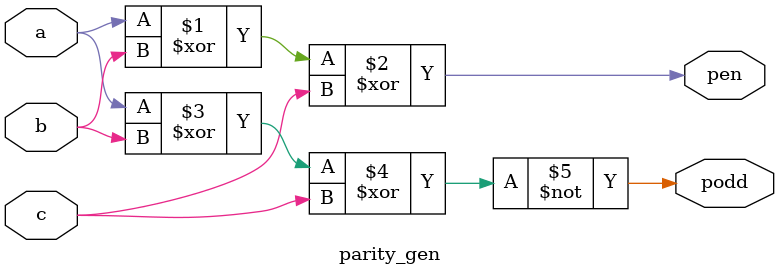
<source format=v>
module parity_gen(a,b,c,pen,podd);
input a,b,c;
output pen,podd;
assign pen = a^b^c;
assign podd = ~(a^b^c);
endmodule

</source>
